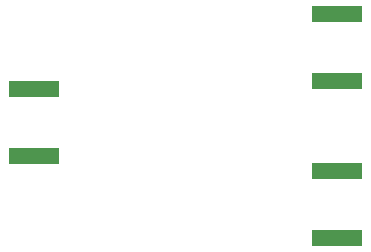
<source format=gbr>
%TF.GenerationSoftware,KiCad,Pcbnew,(6.0.0)*%
%TF.CreationDate,2022-01-16T13:33:15+00:00*%
%TF.ProjectId,Relay_RF,52656c61-795f-4524-962e-6b696361645f,rev?*%
%TF.SameCoordinates,Original*%
%TF.FileFunction,Paste,Bot*%
%TF.FilePolarity,Positive*%
%FSLAX46Y46*%
G04 Gerber Fmt 4.6, Leading zero omitted, Abs format (unit mm)*
G04 Created by KiCad (PCBNEW (6.0.0)) date 2022-01-16 13:33:15*
%MOMM*%
%LPD*%
G01*
G04 APERTURE LIST*
%ADD10R,4.200000X1.350000*%
G04 APERTURE END LIST*
D10*
%TO.C,J2*%
X102150000Y-122875000D03*
X102150000Y-117225000D03*
%TD*%
%TO.C,J4*%
X127850000Y-124175000D03*
X127850000Y-129825000D03*
%TD*%
%TO.C,J3*%
X127850000Y-116525000D03*
X127850000Y-110875000D03*
%TD*%
M02*

</source>
